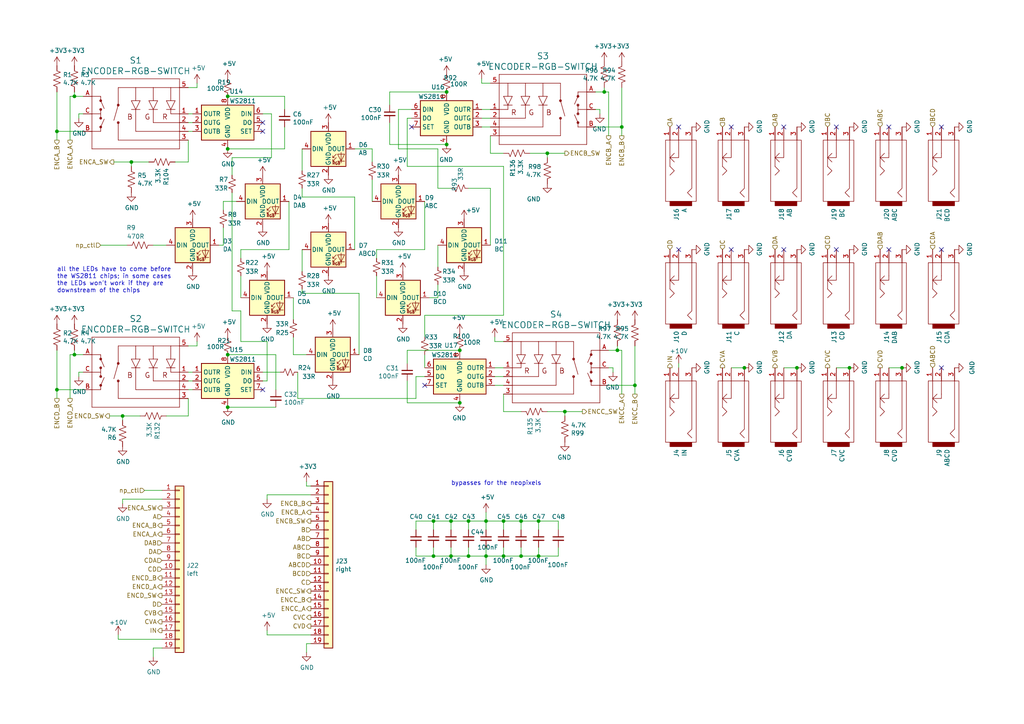
<source format=kicad_sch>
(kicad_sch (version 20211123) (generator eeschema)
  (paper "A4")
  (title_block (title "Bell's Theorem") (date "2022-01-16"))
  (junction (at 133.35 101.6))
  (junction (at 130.81 161.29))
  (junction (at 158.75 44.45))
  (junction (at 184.15 111.76))
  (junction (at 231.14 106.68))
  (junction (at 156.21 161.29))
  (junction (at 179.07 101.6))
  (junction (at 21.59 27.94))
  (junction (at 163.83 119.38))
  (junction (at 246.38 106.68))
  (junction (at 135.89 161.29))
  (junction (at 66.04 118.11))
  (junction (at 140.97 151.13))
  (junction (at 35.56 120.65))
  (junction (at 16.51 38.1))
  (junction (at 129.54 41.91))
  (junction (at 156.21 151.13))
  (junction (at 215.9 106.68))
  (junction (at 261.62 106.68))
  (junction (at 38.1 46.99))
  (junction (at 21.59 102.87))
  (junction (at 129.54 26.67))
  (junction (at 146.05 161.29))
  (junction (at 16.51 113.03))
  (junction (at 135.89 151.13))
  (junction (at 175.26 26.67))
  (junction (at 66.04 27.94))
  (junction (at 140.97 161.29))
  (junction (at 151.13 151.13))
  (junction (at 66.04 102.87))
  (junction (at 151.13 161.29))
  (junction (at 66.04 43.18))
  (junction (at 146.05 151.13))
  (junction (at 130.81 151.13))
  (junction (at 180.34 36.83))
  (junction (at 125.73 161.29))
  (junction (at 133.35 116.84))
  (junction (at 125.73 151.13))
  (no_connect (at 76.2 38.1))
  (no_connect (at 196.85 72.39))
  (no_connect (at 123.19 111.76))
  (no_connect (at 257.81 36.83))
  (no_connect (at 119.38 36.83))
  (no_connect (at 242.57 36.83))
  (no_connect (at 273.05 72.39))
  (no_connect (at 196.85 36.83))
  (no_connect (at 227.33 36.83))
  (no_connect (at 257.81 72.39))
  (no_connect (at 227.33 72.39))
  (no_connect (at 242.57 72.39))
  (no_connect (at 273.05 36.83))
  (no_connect (at 212.09 72.39))
  (no_connect (at 76.2 113.03))
  (no_connect (at 273.05 106.68))
  (no_connect (at 76.2 35.56))
  (no_connect (at 212.09 36.83))
  (wire (pts (xy 143.51 99.06) (xy 146.05 99.06)))
  (wire (pts (xy 127 71.12) (xy 127 77.47)))
  (wire (pts (xy 113.03 26.67) (xy 129.54 26.67)))
  (wire (pts (xy 142.24 31.75) (xy 139.7 31.75)))
  (wire (pts (xy 54.61 40.64) (xy 54.61 46.99)))
  (wire (pts (xy 123.19 109.22) (xy 120.65 109.22)))
  (wire (pts (xy 146.05 161.29) (xy 151.13 161.29)))
  (wire (pts (xy 83.82 72.39) (xy 69.85 72.39)))
  (wire (pts (xy 88.9 139.7) (xy 88.9 140.97)))
  (wire (pts (xy 109.22 80.01) (xy 109.22 86.36)))
  (wire (pts (xy 130.81 151.13) (xy 135.89 151.13)))
  (wire (pts (xy 20.32 102.87) (xy 21.59 102.87)))
  (wire (pts (xy 151.13 153.67) (xy 151.13 151.13)))
  (wire (pts (xy 67.31 45.72) (xy 78.74 45.72)))
  (wire (pts (xy 142.24 39.37) (xy 142.24 44.45)))
  (wire (pts (xy 54.61 120.65) (xy 48.26 120.65)))
  (wire (pts (xy 88.9 189.23) (xy 88.9 186.69)))
  (wire (pts (xy 130.81 158.75) (xy 130.81 161.29)))
  (wire (pts (xy 21.59 26.67) (xy 21.59 27.94)))
  (wire (pts (xy 16.51 113.03) (xy 24.13 113.03)))
  (wire (pts (xy 158.75 45.72) (xy 158.75 44.45)))
  (wire (pts (xy 44.45 190.5) (xy 44.45 187.96)))
  (wire (pts (xy 140.97 158.75) (xy 140.97 161.29)))
  (wire (pts (xy 102.87 43.18) (xy 107.95 43.18)))
  (wire (pts (xy 54.61 110.49) (xy 55.88 110.49)))
  (wire (pts (xy 44.45 187.96) (xy 46.99 187.96)))
  (wire (pts (xy 54.61 107.95) (xy 55.88 107.95)))
  (wire (pts (xy 113.03 26.67) (xy 113.03 30.48)))
  (wire (pts (xy 22.86 34.29) (xy 22.86 33.02)))
  (wire (pts (xy 120.65 161.29) (xy 125.73 161.29)))
  (wire (pts (xy 176.53 26.67) (xy 176.53 39.37)))
  (wire (pts (xy 54.61 33.02) (xy 55.88 33.02)))
  (wire (pts (xy 140.97 151.13) (xy 146.05 151.13)))
  (wire (pts (xy 163.83 120.65) (xy 163.83 119.38)))
  (wire (pts (xy 125.73 161.29) (xy 130.81 161.29)))
  (wire (pts (xy 104.14 85.09) (xy 87.63 85.09)))
  (wire (pts (xy 151.13 161.29) (xy 156.21 161.29)))
  (wire (pts (xy 38.1 48.26) (xy 38.1 46.99)))
  (wire (pts (xy 85.09 97.79) (xy 85.09 102.87)))
  (wire (pts (xy 57.15 24.13) (xy 57.15 25.4)))
  (wire (pts (xy 153.67 44.45) (xy 158.75 44.45)))
  (wire (pts (xy 54.61 38.1) (xy 55.88 38.1)))
  (wire (pts (xy 22.86 33.02) (xy 24.13 33.02)))
  (wire (pts (xy 118.11 110.49) (xy 118.11 116.84)))
  (wire (pts (xy 146.05 151.13) (xy 151.13 151.13)))
  (wire (pts (xy 212.09 106.68) (xy 215.9 106.68)))
  (wire (pts (xy 54.61 46.99) (xy 50.8 46.99)))
  (wire (pts (xy 163.83 119.38) (xy 168.91 119.38)))
  (wire (pts (xy 118.11 105.41) (xy 118.11 101.6)))
  (wire (pts (xy 173.99 33.02) (xy 173.99 31.75)))
  (wire (pts (xy 158.75 44.45) (xy 163.83 44.45)))
  (wire (pts (xy 44.45 71.12) (xy 48.26 71.12)))
  (wire (pts (xy 34.29 185.42) (xy 46.99 185.42)))
  (wire (pts (xy 22.86 107.95) (xy 24.13 107.95)))
  (wire (pts (xy 180.34 36.83) (xy 172.72 36.83)))
  (wire (pts (xy 85.09 102.87) (xy 88.9 102.87)))
  (wire (pts (xy 146.05 111.76) (xy 143.51 111.76)))
  (wire (pts (xy 156.21 151.13) (xy 161.925 151.13)))
  (wire (pts (xy 87.63 83.82) (xy 87.63 85.09)))
  (wire (pts (xy 77.47 110.49) (xy 77.47 99.06)))
  (wire (pts (xy 21.59 27.94) (xy 24.13 27.94)))
  (wire (pts (xy 146.05 114.3) (xy 146.05 119.38)))
  (wire (pts (xy 127 86.36) (xy 127 82.55)))
  (wire (pts (xy 118.11 116.84) (xy 133.35 116.84)))
  (wire (pts (xy 77.47 99.06) (xy 69.85 99.06)))
  (wire (pts (xy 180.34 39.37) (xy 180.34 36.83)))
  (wire (pts (xy 146.05 153.67) (xy 146.05 151.13)))
  (wire (pts (xy 151.13 158.75) (xy 151.13 161.29)))
  (wire (pts (xy 54.61 35.56) (xy 55.88 35.56)))
  (wire (pts (xy 118.11 101.6) (xy 133.35 101.6)))
  (wire (pts (xy 107.95 43.18) (xy 107.95 46.99)))
  (wire (pts (xy 33.02 46.99) (xy 38.1 46.99)))
  (wire (pts (xy 135.89 158.75) (xy 135.89 161.29)))
  (wire (pts (xy 140.97 161.29) (xy 146.05 161.29)))
  (wire (pts (xy 125.73 151.13) (xy 130.81 151.13)))
  (wire (pts (xy 176.53 26.67) (xy 175.26 26.67)))
  (wire (pts (xy 107.95 52.07) (xy 107.95 58.42)))
  (wire (pts (xy 87.63 54.61) (xy 87.63 57.15)))
  (wire (pts (xy 146.05 106.68) (xy 143.51 106.68)))
  (wire (pts (xy 57.15 25.4) (xy 54.61 25.4)))
  (wire (pts (xy 38.1 46.99) (xy 43.18 46.99)))
  (wire (pts (xy 184.15 111.76) (xy 176.53 111.76)))
  (wire (pts (xy 180.34 101.6) (xy 180.34 114.3)))
  (wire (pts (xy 16.51 26.67) (xy 16.51 38.1)))
  (wire (pts (xy 177.8 106.68) (xy 176.53 106.68)))
  (wire (pts (xy 87.63 43.18) (xy 87.63 49.53)))
  (wire (pts (xy 175.26 26.67) (xy 172.72 26.67)))
  (wire (pts (xy 76.2 110.49) (xy 77.47 110.49)))
  (wire (pts (xy 156.21 158.75) (xy 156.21 161.29)))
  (wire (pts (xy 242.57 106.68) (xy 246.38 106.68)))
  (wire (pts (xy 76.2 107.95) (xy 81.28 107.95)))
  (wire (pts (xy 156.21 153.67) (xy 156.21 151.13)))
  (wire (pts (xy 76.2 33.02) (xy 78.74 33.02)))
  (wire (pts (xy 175.26 25.4) (xy 175.26 26.67)))
  (wire (pts (xy 179.07 100.33) (xy 179.07 101.6)))
  (wire (pts (xy 104.14 102.87) (xy 104.14 85.09)))
  (wire (pts (xy 119.38 34.29) (xy 118.11 34.29)))
  (wire (pts (xy 146.05 158.75) (xy 146.05 161.29)))
  (wire (pts (xy 77.47 182.88) (xy 77.47 184.15)))
  (wire (pts (xy 35.56 121.92) (xy 35.56 120.65)))
  (wire (pts (xy 64.77 58.42) (xy 68.58 58.42)))
  (wire (pts (xy 135.89 151.13) (xy 140.97 151.13)))
  (wire (pts (xy 179.07 101.6) (xy 176.53 101.6)))
  (wire (pts (xy 16.51 38.1) (xy 24.13 38.1)))
  (wire (pts (xy 67.31 55.88) (xy 67.31 90.17)))
  (wire (pts (xy 80.01 102.87) (xy 66.04 102.87)))
  (wire (pts (xy 161.925 161.29) (xy 161.925 158.75)))
  (wire (pts (xy 146.05 119.38) (xy 151.13 119.38)))
  (wire (pts (xy 146.05 44.45) (xy 142.24 44.45)))
  (wire (pts (xy 64.77 66.04) (xy 64.77 71.12)))
  (wire (pts (xy 173.99 31.75) (xy 172.72 31.75)))
  (wire (pts (xy 120.65 151.13) (xy 125.73 151.13)))
  (wire (pts (xy 139.7 24.13) (xy 142.24 24.13)))
  (wire (pts (xy 29.21 71.12) (xy 36.83 71.12)))
  (wire (pts (xy 82.55 27.94) (xy 82.55 31.75)))
  (wire (pts (xy 140.97 151.13) (xy 140.97 148.59)))
  (wire (pts (xy 16.51 115.57) (xy 16.51 113.03)))
  (wire (pts (xy 86.36 115.57) (xy 86.36 107.95)))
  (wire (pts (xy 85.09 86.36) (xy 85.09 92.71)))
  (wire (pts (xy 66.04 27.94) (xy 82.55 27.94)))
  (wire (pts (xy 143.51 97.79) (xy 143.51 99.06)))
  (wire (pts (xy 20.32 27.94) (xy 21.59 27.94)))
  (wire (pts (xy 180.34 25.4) (xy 180.34 36.83)))
  (wire (pts (xy 127 54.61) (xy 127 43.18)))
  (wire (pts (xy 88.9 186.69) (xy 90.17 186.69)))
  (wire (pts (xy 135.89 153.67) (xy 135.89 151.13)))
  (wire (pts (xy 115.57 43.18) (xy 115.57 31.75)))
  (wire (pts (xy 35.56 144.78) (xy 46.99 144.78)))
  (wire (pts (xy 54.61 113.03) (xy 55.88 113.03)))
  (wire (pts (xy 227.33 106.68) (xy 231.14 106.68)))
  (wire (pts (xy 20.32 102.87) (xy 20.32 115.57)))
  (wire (pts (xy 124.46 86.36) (xy 127 86.36)))
  (wire (pts (xy 118.11 48.26) (xy 146.05 48.26)))
  (wire (pts (xy 142.24 71.12) (xy 142.24 54.61)))
  (wire (pts (xy 156.21 161.29) (xy 161.925 161.29)))
  (wire (pts (xy 184.15 100.33) (xy 184.15 111.76)))
  (wire (pts (xy 78.74 33.02) (xy 78.74 45.72)))
  (wire (pts (xy 139.7 22.86) (xy 139.7 24.13)))
  (wire (pts (xy 180.34 101.6) (xy 179.07 101.6)))
  (wire (pts (xy 82.55 36.83) (xy 82.55 43.18)))
  (wire (pts (xy 146.05 48.26) (xy 146.05 91.44)))
  (wire (pts (xy 184.15 114.3) (xy 184.15 111.76)))
  (wire (pts (xy 64.77 58.42) (xy 64.77 60.96)))
  (wire (pts (xy 57.15 100.33) (xy 54.61 100.33)))
  (wire (pts (xy 69.85 99.06) (xy 69.85 90.17)))
  (wire (pts (xy 57.15 99.06) (xy 57.15 100.33)))
  (wire (pts (xy 69.85 80.01) (xy 69.85 86.36)))
  (wire (pts (xy 120.65 158.75) (xy 120.65 161.29)))
  (wire (pts (xy 66.04 43.18) (xy 82.55 43.18)))
  (wire (pts (xy 123.19 91.44) (xy 123.19 97.79)))
  (wire (pts (xy 123.19 102.87) (xy 123.19 106.68)))
  (wire (pts (xy 130.81 153.67) (xy 130.81 151.13)))
  (wire (pts (xy 69.85 72.39) (xy 69.85 74.93)))
  (wire (pts (xy 120.65 153.67) (xy 120.65 151.13)))
  (wire (pts (xy 40.64 120.65) (xy 35.56 120.65)))
  (wire (pts (xy 161.925 151.13) (xy 161.925 153.67)))
  (wire (pts (xy 140.97 153.67) (xy 140.97 151.13)))
  (wire (pts (xy 158.75 119.38) (xy 163.83 119.38)))
  (wire (pts (xy 21.59 101.6) (xy 21.59 102.87)))
  (wire (pts (xy 20.32 27.94) (xy 20.32 40.64)))
  (wire (pts (xy 67.31 90.17) (xy 69.85 90.17)))
  (wire (pts (xy 80.01 113.03) (xy 80.01 102.87)))
  (wire (pts (xy 151.13 151.13) (xy 156.21 151.13)))
  (wire (pts (xy 22.86 109.22) (xy 22.86 107.95)))
  (wire (pts (xy 146.05 109.22) (xy 143.51 109.22)))
  (wire (pts (xy 123.19 58.42) (xy 123.19 72.39)))
  (wire (pts (xy 118.11 34.29) (xy 118.11 48.26)))
  (wire (pts (xy 87.63 72.39) (xy 87.63 78.74)))
  (wire (pts (xy 16.51 101.6) (xy 16.51 113.03)))
  (wire (pts (xy 102.87 72.39) (xy 102.87 57.15)))
  (wire (pts (xy 109.22 72.39) (xy 109.22 74.93)))
  (wire (pts (xy 113.03 35.56) (xy 113.03 41.91)))
  (wire (pts (xy 125.73 153.67) (xy 125.73 151.13)))
  (wire (pts (xy 146.05 91.44) (xy 123.19 91.44)))
  (wire (pts (xy 88.9 140.97) (xy 90.17 140.97)))
  (wire (pts (xy 67.31 50.8) (xy 67.31 45.72)))
  (wire (pts (xy 21.59 102.87) (xy 24.13 102.87)))
  (wire (pts (xy 35.56 146.05) (xy 35.56 144.78)))
  (wire (pts (xy 135.89 161.29) (xy 140.97 161.29)))
  (wire (pts (xy 66.04 118.11) (xy 80.01 118.11)))
  (wire (pts (xy 77.47 143.51) (xy 90.17 143.51)))
  (wire (pts (xy 140.97 163.83) (xy 140.97 161.29)))
  (wire (pts (xy 115.57 31.75) (xy 119.38 31.75)))
  (wire (pts (xy 142.24 36.83) (xy 139.7 36.83)))
  (wire (pts (xy 196.85 105.41) (xy 196.85 106.68)))
  (wire (pts (xy 77.47 184.15) (xy 90.17 184.15)))
  (wire (pts (xy 77.47 144.78) (xy 77.47 143.51)))
  (wire (pts (xy 125.73 158.75) (xy 125.73 161.29)))
  (wire (pts (xy 142.24 34.29) (xy 139.7 34.29)))
  (wire (pts (xy 130.81 54.61) (xy 127 54.61)))
  (wire (pts (xy 102.87 57.15) (xy 87.63 57.15)))
  (wire (pts (xy 120.65 115.57) (xy 86.36 115.57)))
  (wire (pts (xy 54.61 115.57) (xy 54.61 120.65)))
  (wire (pts (xy 41.91 142.24) (xy 46.99 142.24)))
  (wire (pts (xy 35.56 120.65) (xy 31.75 120.65)))
  (wire (pts (xy 257.81 106.68) (xy 261.62 106.68)))
  (wire (pts (xy 127 43.18) (xy 115.57 43.18)))
  (wire (pts (xy 142.24 54.61) (xy 135.89 54.61)))
  (wire (pts (xy 34.29 184.15) (xy 34.29 185.42)))
  (wire (pts (xy 113.03 41.91) (xy 129.54 41.91)))
  (wire (pts (xy 130.81 161.29) (xy 135.89 161.29)))
  (wire (pts (xy 63.5 71.12) (xy 64.77 71.12)))
  (wire (pts (xy 16.51 40.64) (xy 16.51 38.1)))
  (wire (pts (xy 177.8 107.95) (xy 177.8 106.68)))
  (wire (pts (xy 123.19 72.39) (xy 109.22 72.39)))
  (wire (pts (xy 83.82 58.42) (xy 83.82 72.39)))
  (wire (pts (xy 120.65 109.22) (xy 120.65 115.57)))
  (text "bypasses for the neopixels" (at 130.81 140.97 0) (effects (font (size 1.27 1.27)) (justify left bottom)))
  (text "all the LEDs have to come before\nthe WS2811 chips; in some cases \nthe LEDs won't work if they are \ndownstream of the chips" (at 16.51 85.09 0) (effects (font (size 1.27 1.27)) (justify left bottom)))
  (hierarchical_label "A" (shape input) (at 46.99 149.86 180))
  (hierarchical_label "DAB" (shape input) (at 255.27 72.39 90))
  (hierarchical_label "CDA" (shape input) (at 270.51 72.39 90))
  (hierarchical_label "A" (shape input) (at 194.31 36.83 90))
  (hierarchical_label "np_ctl" (shape input) (at 41.91 142.24 180))
  (hierarchical_label "ABC" (shape input) (at 255.27 36.83 90))
  (hierarchical_label "ENCA_A" (shape output) (at 46.99 154.94 180))
  (hierarchical_label "D" (shape input) (at 194.31 72.39 90))
  (hierarchical_label "ENCC_A" (shape output) (at 90.17 176.53 180))
  (hierarchical_label "ENCA_SW" (shape output) (at 46.99 147.32 180))
  (hierarchical_label "AB" (shape input) (at 224.79 36.83 90))
  (hierarchical_label "IN" (shape output) (at 194.31 106.68 90))
  (hierarchical_label "CD" (shape input) (at 240.03 72.39 90))
  (hierarchical_label "ENCC_B" (shape output) (at 184.15 114.3 270))
  (hierarchical_label "DAB" (shape input) (at 46.99 157.48 180))
  (hierarchical_label "ENCC_A" (shape output) (at 180.34 114.3 270))
  (hierarchical_label "ENCB_A" (shape output) (at 90.17 148.59 180))
  (hierarchical_label "ABCD" (shape input) (at 90.17 163.83 180))
  (hierarchical_label "CVA" (shape output) (at 209.55 106.68 90))
  (hierarchical_label "ENCC_SW" (shape output) (at 90.17 171.45 180))
  (hierarchical_label "ENCB_A" (shape output) (at 176.53 39.37 270))
  (hierarchical_label "BCD" (shape input) (at 90.17 166.37 180))
  (hierarchical_label "CVA" (shape output) (at 46.99 180.34 180))
  (hierarchical_label "BC" (shape input) (at 90.17 161.29 180))
  (hierarchical_label "CVB" (shape output) (at 224.79 106.68 90))
  (hierarchical_label "ENCB_SW" (shape output) (at 90.17 151.13 180))
  (hierarchical_label "D" (shape input) (at 46.99 175.26 180))
  (hierarchical_label "B" (shape input) (at 90.17 153.67 180))
  (hierarchical_label "ENCB_B" (shape output) (at 180.34 39.37 270))
  (hierarchical_label "ENCA_A" (shape output) (at 20.32 40.64 270))
  (hierarchical_label "CVC" (shape output) (at 240.03 106.68 90))
  (hierarchical_label "CVB" (shape output) (at 46.99 177.8 180))
  (hierarchical_label "AB" (shape input) (at 90.17 156.21 180))
  (hierarchical_label "BC" (shape input) (at 240.03 36.83 90))
  (hierarchical_label "ENCD_SW" (shape output) (at 46.99 172.72 180))
  (hierarchical_label "ENCB_SW" (shape output) (at 163.83 44.45 0))
  (hierarchical_label "IN" (shape output) (at 46.99 182.88 180))
  (hierarchical_label "ENCC_B" (shape output) (at 90.17 173.99 180))
  (hierarchical_label "CVD" (shape output) (at 255.27 106.68 90))
  (hierarchical_label "DA" (shape input) (at 224.79 72.39 90))
  (hierarchical_label "ENCA_B" (shape output) (at 46.99 152.4 180))
  (hierarchical_label "ENCD_B" (shape output) (at 46.99 167.64 180))
  (hierarchical_label "C" (shape input) (at 209.55 72.39 90))
  (hierarchical_label "ENCB_B" (shape output) (at 90.17 146.05 180))
  (hierarchical_label "ABCD" (shape input) (at 270.51 106.68 90))
  (hierarchical_label "CVD" (shape output) (at 90.17 181.61 180))
  (hierarchical_label "ABC" (shape input) (at 90.17 158.75 180))
  (hierarchical_label "DA" (shape input) (at 46.99 160.02 180))
  (hierarchical_label "ENCC_SW" (shape output) (at 168.91 119.38 0))
  (hierarchical_label "ENCA_SW" (shape output) (at 33.02 46.99 180))
  (hierarchical_label "ENCD_A" (shape output) (at 46.99 170.18 180))
  (hierarchical_label "np_ctl" (shape input) (at 29.21 71.12 180))
  (hierarchical_label "ENCD_SW" (shape output) (at 31.75 120.65 180))
  (hierarchical_label "BCD" (shape input) (at 270.51 36.83 90))
  (hierarchical_label "ENCD_B" (shape output) (at 16.51 115.57 270))
  (hierarchical_label "B" (shape input) (at 209.55 36.83 90))
  (hierarchical_label "ENCA_B" (shape output) (at 16.51 40.64 270))
  (hierarchical_label "C" (shape input) (at 90.17 168.91 180))
  (hierarchical_label "ENCD_A" (shape output) (at 20.32 115.57 270))
  (hierarchical_label "CVC" (shape output) (at 90.17 179.07 180))
  (hierarchical_label "CD" (shape input) (at 46.99 165.1 180))
  (hierarchical_label "CDA" (shape input) (at 46.99 162.56 180))
  (symbol (lib_id "petelib:JACK_SWITCHCRAFT") (at 198.12 118.11 270) (mirror x) (unit 1)
    (property "Reference" "J4" (at 196.1896 130.2258 0) (effects (justify right)))
    (property "Value" "IN" (at 198.501 130.2258 0) (effects (justify right)))
    (property "Footprint" "My Library:thonkiconn" (effects hide))
  )
  (symbol (lib_id "petelib:JACK_SWITCHCRAFT") (at 213.36 118.11 270) (mirror x) (unit 1)
    (property "Reference" "J5" (at 211.4296 130.2512 0) (effects (justify right)))
    (property "Value" "CVA" (at 213.741 130.2512 0) (effects (justify right)))
    (property "Footprint" "My Library:thonkiconn" (effects hide))
  )
  (symbol (lib_id "petelib:JACK_SWITCHCRAFT") (at 228.6 118.11 270) (mirror x) (unit 1)
    (property "Reference" "J6" (at 226.6696 130.2258 0) (effects (justify right)))
    (property "Value" "CVB" (at 228.981 130.2258 0) (effects (justify right)))
    (property "Footprint" "My Library:thonkiconn" (effects hide))
  )
  (symbol (lib_id "petelib:JACK_SWITCHCRAFT") (at 243.84 118.11 270) (mirror x) (unit 1)
    (property "Reference" "J7" (at 241.9096 130.2258 0) (effects (justify right)))
    (property "Value" "CVC" (at 244.221 130.2258 0) (effects (justify right)))
    (property "Footprint" "My Library:thonkiconn" (effects hide))
  )
  (symbol (lib_id "petelib:JACK_SWITCHCRAFT") (at 259.08 118.11 270) (mirror x) (unit 1)
    (property "Reference" "J8" (at 257.1496 130.2258 0) (effects (justify right)))
    (property "Value" "CVD" (at 259.461 130.2258 0) (effects (justify right)))
    (property "Footprint" "My Library:thonkiconn" (effects hide))
  )
  (symbol (lib_id "petelib:JACK_SWITCHCRAFT") (at 274.32 118.11 270) (mirror x) (unit 1)
    (property "Reference" "J9" (at 272.3896 130.2258 0) (effects (justify right)))
    (property "Value" "ABCD" (at 274.701 130.2258 0) (effects (justify right)))
    (property "Footprint" "My Library:thonkiconn" (effects hide))
  )
  (symbol (lib_id "petelib:JACK_SWITCHCRAFT") (at 198.12 83.82 270) (mirror x) (unit 1)
    (property "Reference" "J10" (at 196.1896 95.9358 0) (effects (justify right)))
    (property "Value" "D" (at 198.501 95.9358 0) (effects (justify right)))
    (property "Footprint" "My Library:thonkiconn" (effects hide))
  )
  (symbol (lib_id "petelib:JACK_SWITCHCRAFT") (at 213.36 83.82 270) (mirror x) (unit 1)
    (property "Reference" "J11" (at 211.4296 95.9358 0) (effects (justify right)))
    (property "Value" "C" (at 213.741 95.9358 0) (effects (justify right)))
    (property "Footprint" "My Library:thonkiconn" (effects hide))
  )
  (symbol (lib_id "petelib:JACK_SWITCHCRAFT") (at 228.6 83.82 270) (mirror x) (unit 1)
    (property "Reference" "J12" (at 226.6696 95.9358 0) (effects (justify right)))
    (property "Value" "DA" (at 228.981 95.9358 0) (effects (justify right)))
    (property "Footprint" "My Library:thonkiconn" (effects hide))
  )
  (symbol (lib_id "petelib:JACK_SWITCHCRAFT") (at 243.84 83.82 270) (mirror x) (unit 1)
    (property "Reference" "J13" (at 241.9096 95.9612 0) (effects (justify right)))
    (property "Value" "CD" (at 244.221 95.9612 0) (effects (justify right)))
    (property "Footprint" "My Library:thonkiconn" (effects hide))
  )
  (symbol (lib_id "petelib:JACK_SWITCHCRAFT") (at 259.08 83.82 270) (mirror x) (unit 1)
    (property "Reference" "J14" (at 257.1496 95.9358 0) (effects (justify right)))
    (property "Value" "DAB" (at 259.461 95.9358 0) (effects (justify right)))
    (property "Footprint" "My Library:thonkiconn" (effects hide))
  )
  (symbol (lib_id "petelib:JACK_SWITCHCRAFT") (at 274.32 83.82 270) (mirror x) (unit 1)
    (property "Reference" "J15" (at 272.3896 95.9358 0) (effects (justify right)))
    (property "Value" "CDA" (at 274.701 95.9358 0) (effects (justify right)))
    (property "Footprint" "My Library:thonkiconn" (effects hide))
  )
  (symbol (lib_id "petelib:JACK_SWITCHCRAFT") (at 198.12 48.26 270) (mirror x) (unit 1)
    (property "Reference" "J16" (at 196.1896 60.3758 0) (effects (justify right)))
    (property "Value" "A" (at 198.501 60.3758 0) (effects (justify right)))
    (property "Footprint" "My Library:thonkiconn" (effects hide))
  )
  (symbol (lib_id "petelib:JACK_SWITCHCRAFT") (at 213.36 48.26 270) (mirror x) (unit 1)
    (property "Reference" "J17" (at 211.4296 60.3758 0) (effects (justify right)))
    (property "Value" "B" (at 213.741 60.3758 0) (effects (justify right)))
    (property "Footprint" "My Library:thonkiconn" (effects hide))
  )
  (symbol (lib_id "petelib:JACK_SWITCHCRAFT") (at 228.6 48.26 270) (mirror x) (unit 1)
    (property "Reference" "J18" (at 226.6696 60.3758 0) (effects (justify right)))
    (property "Value" "AB" (at 228.981 60.3758 0) (effects (justify right)))
    (property "Footprint" "My Library:thonkiconn" (effects hide))
  )
  (symbol (lib_id "petelib:JACK_SWITCHCRAFT") (at 243.84 48.26 270) (mirror x) (unit 1)
    (property "Reference" "J19" (at 241.9096 60.4012 0) (effects (justify right)))
    (property "Value" "BC" (at 244.221 60.4012 0) (effects (justify right)))
    (property "Footprint" "My Library:thonkiconn" (effects hide))
  )
  (symbol (lib_id "petelib:JACK_SWITCHCRAFT") (at 259.08 48.26 270) (mirror x) (unit 1)
    (property "Reference" "J20" (at 257.1496 60.3758 0) (effects (justify right)))
    (property "Value" "ABC" (at 259.461 60.3758 0) (effects (justify right)))
    (property "Footprint" "My Library:thonkiconn" (effects hide))
  )
  (symbol (lib_id "petelib:JACK_SWITCHCRAFT") (at 274.32 48.26 270) (mirror x) (unit 1)
    (property "Reference" "J21" (at 272.3896 60.4012 0) (effects (justify right)))
    (property "Value" "BCD" (at 274.701 60.4012 0) (effects (justify right)))
    (property "Footprint" "My Library:thonkiconn" (effects hide))
  )
  (symbol (lib_id "power:GND") (at 200.66 106.68 90) (unit 1)
    (property "Reference" "#PWR016" (effects hide))
    (property "Value" "GND" (at 205.0542 106.553 0))
  )
  (symbol (lib_id "power:GND") (at 200.66 72.39 90) (unit 1)
    (property "Reference" "#PWR031" (effects hide))
    (property "Value" "GND" (at 205.0542 72.263 0))
  )
  (symbol (lib_id "power:GND") (at 200.66 36.83 90) (unit 1)
    (property "Reference" "#PWR041" (effects hide))
    (property "Value" "GND" (at 205.0542 36.703 0))
  )
  (symbol (lib_id "power:GND") (at 215.9 36.83 90) (unit 1)
    (property "Reference" "#PWR042" (effects hide))
    (property "Value" "GND" (at 220.2942 36.703 0))
  )
  (symbol (lib_id "power:GND") (at 215.9 72.39 90) (unit 1)
    (property "Reference" "#PWR032" (effects hide))
    (property "Value" "GND" (at 220.2942 72.263 0))
  )
  (symbol (lib_id "power:GND") (at 215.9 106.68 90) (unit 1)
    (property "Reference" "#PWR017" (effects hide))
    (property "Value" "GND" (at 220.2942 106.553 0))
  )
  (symbol (lib_id "power:GND") (at 231.14 106.68 90) (unit 1)
    (property "Reference" "#PWR018" (effects hide))
    (property "Value" "GND" (at 235.5342 106.553 0))
  )
  (symbol (lib_id "power:GND") (at 231.14 72.39 90) (unit 1)
    (property "Reference" "#PWR033" (effects hide))
    (property "Value" "GND" (at 235.5342 72.263 0))
  )
  (symbol (lib_id "power:GND") (at 231.14 36.83 90) (unit 1)
    (property "Reference" "#PWR043" (effects hide))
    (property "Value" "GND" (at 235.5342 36.703 0))
  )
  (symbol (lib_id "power:GND") (at 246.38 36.83 90) (unit 1)
    (property "Reference" "#PWR044" (effects hide))
    (property "Value" "GND" (at 250.7742 36.703 0))
  )
  (symbol (lib_id "power:GND") (at 246.38 72.39 90) (unit 1)
    (property "Reference" "#PWR034" (effects hide))
    (property "Value" "GND" (at 250.7742 72.263 0))
  )
  (symbol (lib_id "power:GND") (at 246.38 106.68 90) (unit 1)
    (property "Reference" "#PWR019" (effects hide))
    (property "Value" "GND" (at 250.7742 106.553 0))
  )
  (symbol (lib_id "power:GND") (at 261.62 106.68 90) (unit 1)
    (property "Reference" "#PWR020" (effects hide))
    (property "Value" "GND" (at 266.0142 106.553 0))
  )
  (symbol (lib_id "power:GND") (at 261.62 72.39 90) (unit 1)
    (property "Reference" "#PWR035" (effects hide))
    (property "Value" "GND" (at 266.0142 72.263 0))
  )
  (symbol (lib_id "power:GND") (at 261.62 36.83 90) (unit 1)
    (property "Reference" "#PWR045" (effects hide))
    (property "Value" "GND" (at 266.0142 36.703 0))
  )
  (symbol (lib_id "power:GND") (at 276.86 36.83 90) (unit 1)
    (property "Reference" "#PWR046" (effects hide))
    (property "Value" "GND" (at 281.2542 36.703 0))
  )
  (symbol (lib_id "power:GND") (at 276.86 72.39 90) (unit 1)
    (property "Reference" "#PWR036" (effects hide))
    (property "Value" "GND" (at 281.2542 72.263 0))
  )
  (symbol (lib_id "power:GND") (at 276.86 106.68 90) (unit 1)
    (property "Reference" "#PWR021" (effects hide))
    (property "Value" "GND" (at 281.94 106.68 0))
  )
  (symbol (lib_id "power:GND") (at 88.9 189.23 0) (unit 1)
    (property "Reference" "#PWR082" (effects hide))
    (property "Value" "GND" (at 89.027 193.6242 0))
  )
  (symbol (lib_id "power:GND") (at 44.45 190.5 0) (unit 1)
    (property "Reference" "#PWR078" (effects hide))
    (property "Value" "GND" (at 44.577 194.8942 0))
  )
  (symbol (lib_id "power:GND") (at 35.56 146.05 0) (unit 1)
    (property "Reference" "#PWR075" (effects hide))
    (property "Value" "GND" (at 35.687 150.4442 0))
  )
  (symbol (lib_id "power:GND") (at 77.47 144.78 0) (unit 1)
    (property "Reference" "#PWR079" (effects hide))
    (property "Value" "GND" (at 77.597 149.1742 0))
  )
  (symbol (lib_id "power:GND") (at 22.86 34.29 0) (unit 1)
    (property "Reference" "#PWR09" (effects hide))
    (property "Value" "GND" (at 22.987 38.6842 0))
  )
  (symbol (lib_id "Device:R_US") (at 21.59 22.86 0) (unit 1)
    (property "Reference" "R3" (at 23.3172 21.6916 0) (effects (justify left)))
    (property "Value" "4.7K" (at 23.3172 24.003 0) (effects (justify left)))
    (property "Footprint" "Resistor_SMD:R_0805_2012Metric_Pad1.20x1.40mm_HandSolder" (effects hide))
  )
  (symbol (lib_id "Device:R_US") (at 16.51 22.86 0) (unit 1)
    (property "Reference" "R1" (at 18.2372 21.6916 0) (effects (justify left)))
    (property "Value" "4.7K" (at 18.2372 24.003 0) (effects (justify left)))
    (property "Footprint" "Resistor_SMD:R_0805_2012Metric_Pad1.20x1.40mm_HandSolder" (effects hide))
  )
  (symbol (lib_id "power:+3.3V") (at 16.51 19.05 0) (unit 1)
    (property "Reference" "#PWR0188" (effects hide))
    (property "Value" "+3.3V" (at 16.891 14.6558 0))
  )
  (symbol (lib_id "power:+3.3V") (at 21.59 19.05 0) (unit 1)
    (property "Reference" "#PWR0189" (effects hide))
    (property "Value" "+3.3V" (at 21.971 14.6558 0))
  )
  (symbol (lib_id "power:+3.3V") (at 88.9 139.7 0) (unit 1)
    (property "Reference" "#PWR0197" (effects hide))
    (property "Value" "+3.3V" (at 89.281 135.3058 0))
  )
  (symbol (lib_id "Device:R_US") (at 46.99 46.99 270) (unit 1)
    (property "Reference" "R104" (at 48.1584 48.7172 0) (effects (justify left)))
    (property "Value" "3.3K" (at 45.847 48.7172 0) (effects (justify left)))
    (property "Footprint" "Resistor_SMD:R_0805_2012Metric_Pad1.20x1.40mm_HandSolder" (effects hide))
  )
  (symbol (lib_id "petelib:ENCODER-RGB-SWITCH") (at 39.37 33.02 0) (unit 1)
    (property "Reference" "S1" (at 39.37 17.526 0) (effects (font (size 1.778 1.778))))
    (property "Value" "ENCODER-RGB-SWITCH" (at 39.37 20.5994 0) (effects (font (size 1.778 1.778))))
    (property "Footprint" "My Library:ENCODER_LED_3_KIT" (effects hide))
  )
  (symbol (lib_id "Device:R_US") (at 38.1 52.07 0) (unit 1)
    (property "Reference" "R5" (at 39.8272 50.9016 0) (effects (justify left)))
    (property "Value" "4.7K" (at 39.8272 53.213 0) (effects (justify left)))
    (property "Footprint" "Resistor_SMD:R_0805_2012Metric_Pad1.20x1.40mm_HandSolder" (effects hide))
  )
  (symbol (lib_id "power:GND") (at 173.99 33.02 0) (mirror y) (unit 1)
    (property "Reference" "#PWR0135" (effects hide))
    (property "Value" "GND" (at 173.863 37.4142 0))
  )
  (symbol (lib_id "Device:R_US") (at 175.26 21.59 0) (mirror y) (unit 1)
    (property "Reference" "R96" (at 173.5328 20.4216 0) (effects (justify left)))
    (property "Value" "4.7K" (at 173.5328 22.733 0) (effects (justify left)))
    (property "Footprint" "Resistor_SMD:R_0805_2012Metric_Pad1.20x1.40mm_HandSolder" (effects hide))
  )
  (symbol (lib_id "Device:R_US") (at 180.34 21.59 0) (mirror y) (unit 1)
    (property "Reference" "R94" (at 178.6128 20.4216 0) (effects (justify left)))
    (property "Value" "4.7K" (at 178.6128 22.733 0) (effects (justify left)))
    (property "Footprint" "Resistor_SMD:R_0805_2012Metric_Pad1.20x1.40mm_HandSolder" (effects hide))
  )
  (symbol (lib_id "power:+3.3V") (at 180.34 17.78 0) (mirror y) (unit 1)
    (property "Reference" "#PWR0129" (effects hide))
    (property "Value" "+3.3V" (at 179.959 13.3858 0))
  )
  (symbol (lib_id "power:+3.3V") (at 175.26 17.78 0) (mirror y) (unit 1)
    (property "Reference" "#PWR0133" (effects hide))
    (property "Value" "+3.3V" (at 174.879 13.3858 0))
  )
  (symbol (lib_id "petelib:ENCODER-RGB-SWITCH") (at 157.48 31.75 0) (mirror y) (unit 1)
    (property "Reference" "S3" (at 157.48 16.256 0) (effects (font (size 1.778 1.778))))
    (property "Value" "ENCODER-RGB-SWITCH" (at 157.48 19.3294 0) (effects (font (size 1.778 1.778))))
    (property "Footprint" "My Library:ENCODER_LED_3_KIT" (effects hide))
  )
  (symbol (lib_id "Device:R_US") (at 158.75 49.53 0) (mirror y) (unit 1)
    (property "Reference" "R98" (at 157.0228 48.3616 0) (effects (justify left)))
    (property "Value" "4.7K" (at 157.0228 50.673 0) (effects (justify left)))
    (property "Footprint" "Resistor_SMD:R_0805_2012Metric_Pad1.20x1.40mm_HandSolder" (effects hide))
  )
  (symbol (lib_id "power:GND") (at 177.8 107.95 0) (mirror y) (unit 1)
    (property "Reference" "#PWR0136" (effects hide))
    (property "Value" "GND" (at 177.673 112.3442 0))
  )
  (symbol (lib_id "Device:R_US") (at 179.07 96.52 0) (mirror y) (unit 1)
    (property "Reference" "R97" (at 177.3428 95.3516 0) (effects (justify left)))
    (property "Value" "4.7K" (at 177.3428 97.663 0) (effects (justify left)))
    (property "Footprint" "Resistor_SMD:R_0805_2012Metric_Pad1.20x1.40mm_HandSolder" (effects hide))
  )
  (symbol (lib_id "Device:R_US") (at 184.15 96.52 0) (mirror y) (unit 1)
    (property "Reference" "R95" (at 182.4228 95.3516 0) (effects (justify left)))
    (property "Value" "4.7K" (at 182.4228 97.663 0) (effects (justify left)))
    (property "Footprint" "Resistor_SMD:R_0805_2012Metric_Pad1.20x1.40mm_HandSolder" (effects hide))
  )
  (symbol (lib_id "power:+3.3V") (at 184.15 92.71 0) (mirror y) (unit 1)
    (property "Reference" "#PWR0132" (effects hide))
    (property "Value" "+3.3V" (at 183.769 88.3158 0))
  )
  (symbol (lib_id "power:+3.3V") (at 179.07 92.71 0) (mirror y) (unit 1)
    (property "Reference" "#PWR0134" (effects hide))
    (property "Value" "+3.3V" (at 178.689 88.3158 0))
  )
  (symbol (lib_id "petelib:ENCODER-RGB-SWITCH") (at 161.29 106.68 0) (mirror y) (unit 1)
    (property "Reference" "S4" (at 161.29 91.186 0) (effects (font (size 1.778 1.778))))
    (property "Value" "ENCODER-RGB-SWITCH" (at 161.29 94.2594 0) (effects (font (size 1.778 1.778))))
    (property "Footprint" "My Library:ENCODER_LED_3_KIT" (effects hide))
  )
  (symbol (lib_id "power:GND") (at 22.86 109.22 0) (unit 1)
    (property "Reference" "#PWR023" (effects hide))
    (property "Value" "GND" (at 22.987 113.6142 0))
  )
  (symbol (lib_id "Device:R_US") (at 21.59 97.79 0) (unit 1)
    (property "Reference" "R4" (at 23.3172 96.6216 0) (effects (justify left)))
    (property "Value" "4.7K" (at 23.3172 98.933 0) (effects (justify left)))
    (property "Footprint" "Resistor_SMD:R_0805_2012Metric_Pad1.20x1.40mm_HandSolder" (effects hide))
  )
  (symbol (lib_id "Device:R_US") (at 16.51 97.79 0) (unit 1)
    (property "Reference" "R2" (at 18.2372 96.6216 0) (effects (justify left)))
    (property "Value" "4.7K" (at 18.2372 98.933 0) (effects (justify left)))
    (property "Footprint" "Resistor_SMD:R_0805_2012Metric_Pad1.20x1.40mm_HandSolder" (effects hide))
  )
  (symbol (lib_id "power:+3.3V") (at 16.51 93.98 0) (unit 1)
    (property "Reference" "#PWR011" (effects hide))
    (property "Value" "+3.3V" (at 16.891 89.5858 0))
  )
  (symbol (lib_id "power:+3.3V") (at 21.59 93.98 0) (unit 1)
    (property "Reference" "#PWR022" (effects hide))
    (property "Value" "+3.3V" (at 21.971 89.5858 0))
  )
  (symbol (lib_id "petelib:ENCODER-RGB-SWITCH") (at 39.37 107.95 0) (unit 1)
    (property "Reference" "S2" (at 39.37 92.456 0) (effects (font (size 1.778 1.778))))
    (property "Value" "ENCODER-RGB-SWITCH" (at 39.37 95.5294 0) (effects (font (size 1.778 1.778))))
    (property "Footprint" "My Library:ENCODER_LED_3_KIT" (effects hide))
  )
  (symbol (lib_id "Device:R_US") (at 35.56 125.73 180) (unit 1)
    (property "Reference" "R6" (at 33.8328 126.8984 0) (effects (justify left)))
    (property "Value" "4.7K" (at 33.8328 124.587 0) (effects (justify left)))
    (property "Footprint" "Resistor_SMD:R_0805_2012Metric_Pad1.20x1.40mm_HandSolder" (effects hide))
  )
  (symbol (lib_id "power:GND") (at 35.56 129.54 0) (unit 1)
    (property "Reference" "#PWR026" (effects hide))
    (property "Value" "GND" (at 35.687 133.9342 0))
  )
  (symbol (lib_id "Device:R_US") (at 163.83 124.46 0) (mirror x) (unit 1)
    (property "Reference" "R99" (at 165.5572 125.6284 0) (effects (justify left)))
    (property "Value" "4.7K" (at 165.5572 123.317 0) (effects (justify left)))
    (property "Footprint" "Resistor_SMD:R_0805_2012Metric_Pad1.20x1.40mm_HandSolder" (effects hide))
  )
  (symbol (lib_id "power:GND") (at 163.83 128.27 0) (mirror y) (unit 1)
    (property "Reference" "#PWR0138" (effects hide))
    (property "Value" "GND" (at 163.703 132.6642 0))
  )
  (symbol (lib_id "power:GND") (at 158.75 53.34 0) (mirror y) (unit 1)
    (property "Reference" "#PWR0137" (effects hide))
    (property "Value" "GND" (at 154.813 57.7342 0))
  )
  (symbol (lib_id "power:GND") (at 38.1 55.88 0) (unit 1)
    (property "Reference" "#PWR025" (effects hide))
    (property "Value" "GND" (at 38.227 60.2742 0))
  )
  (symbol (lib_id "Device:R_US") (at 149.86 44.45 90) (mirror x) (unit 1)
    (property "Reference" "R136" (at 148.6916 46.1772 0) (effects (justify left)))
    (property "Value" "3.3K" (at 151.003 46.1772 0) (effects (justify left)))
    (property "Footprint" "Resistor_SMD:R_0805_2012Metric_Pad1.20x1.40mm_HandSolder" (effects hide))
  )
  (symbol (lib_id "LED:NeoPixel_THT") (at 95.25 43.18 0) (unit 1)
    (property "Reference" "D6" (at 103.9876 42.0116 0) (effects (justify left)))
    (property "Value" "AB" (at 103.9876 44.323 0) (effects (justify left)))
    (property "Footprint" "LED_THT:LED_D5.0mm-4_RGB_Wide_Pins" (effects hide))
    (property "Datasheet" "https://www.adafruit.com/product/1938" (effects hide))
  )
  (symbol (lib_id "LED:NeoPixel_THT") (at 95.25 72.39 0) (unit 1)
    (property "Reference" "D7" (at 103.9876 71.2216 0) (effects (justify left)))
    (property "Value" "ABCD" (at 103.9876 73.533 0) (effects (justify left)))
    (property "Footprint" "LED_THT:LED_D5.0mm-4_RGB_Wide_Pins" (effects hide))
    (property "Datasheet" "https://www.adafruit.com/product/1938" (effects hide))
  )
  (symbol (lib_id "LED:NeoPixel_THT") (at 96.52 102.87 0) (unit 1)
    (property "Reference" "D8" (at 105.2576 101.7016 0) (effects (justify left)))
    (property "Value" "CD" (at 105.2576 104.013 0) (effects (justify left)))
    (property "Footprint" "LED_THT:LED_D5.0mm-4_RGB_Wide_Pins" (effects hide))
    (property "Datasheet" "https://www.adafruit.com/product/1938" (effects hide))
  )
  (symbol (lib_id "LED:NeoPixel_THT") (at 76.2 58.42 0) (unit 1)
    (property "Reference" "D4" (at 84.9376 57.2516 0) (effects (justify left)))
    (property "Value" "DAB" (at 84.9376 59.563 0) (effects (justify left)))
    (property "Footprint" "LED_THT:LED_D5.0mm-4_RGB_Wide_Pins" (effects hide))
    (property "Datasheet" "https://www.adafruit.com/product/1938" (effects hide))
  )
  (symbol (lib_id "LED:NeoPixel_THT") (at 77.47 86.36 0) (unit 1)
    (property "Reference" "D5" (at 86.2076 85.1916 0) (effects (justify left)))
    (property "Value" "CDA" (at 86.2076 87.503 0) (effects (justify left)))
    (property "Footprint" "LED_THT:LED_D5.0mm-4_RGB_Wide_Pins" (effects hide))
    (property "Datasheet" "https://www.adafruit.com/product/1938" (effects hide))
  )
  (symbol (lib_id "LED:NeoPixel_THT") (at 55.88 71.12 0) (unit 1)
    (property "Reference" "D3" (at 64.6176 69.9516 0) (effects (justify left)))
    (property "Value" "DA" (at 64.6176 72.263 0) (effects (justify left)))
    (property "Footprint" "LED_THT:LED_D5.0mm-4_RGB_Wide_Pins" (effects hide))
    (property "Datasheet" "https://www.adafruit.com/product/1938" (effects hide))
  )
  (symbol (lib_id "LED:NeoPixel_THT") (at 115.57 58.42 0) (unit 1)
    (property "Reference" "D9" (at 123.19 57.3786 0) (effects (justify left)))
    (property "Value" "ABC" (at 123.19 59.69 0) (effects (justify left)))
    (property "Footprint" "LED_THT:LED_D5.0mm-4_RGB_Wide_Pins" (effects hide))
    (property "Datasheet" "https://www.adafruit.com/product/1938" (effects hide))
  )
  (symbol (lib_id "LED:NeoPixel_THT") (at 116.84 86.36 0) (unit 1)
    (property "Reference" "D10" (at 125.5776 85.1916 0) (effects (justify left)))
    (property "Value" "BCD" (at 125.5776 87.503 0) (effects (justify left)))
    (property "Footprint" "LED_THT:LED_D5.0mm-4_RGB_Wide_Pins" (effects hide))
    (property "Datasheet" "https://www.adafruit.com/product/1938" (effects hide))
  )
  (symbol (lib_id "LED:NeoPixel_THT") (at 134.62 71.12 0) (unit 1)
    (property "Reference" "D11" (at 143.3576 69.9516 0) (effects (justify left)))
    (property "Value" "BC" (at 143.3576 72.263 0) (effects (justify left)))
    (property "Footprint" "LED_THT:LED_D5.0mm-4_RGB_Wide_Pins" (effects hide))
    (property "Datasheet" "https://www.adafruit.com/product/1938" (effects hide))
  )
  (symbol (lib_id "power:+5V") (at 95.25 35.56 0) (unit 1)
    (property "Reference" "#PWR0143" (effects hide))
    (property "Value" "+5V" (at 95.631 31.1658 0))
  )
  (symbol (lib_id "power:+5V") (at 76.2 50.8 0) (unit 1)
    (property "Reference" "#PWR0144" (effects hide))
    (property "Value" "+5V" (at 76.581 46.4058 0))
  )
  (symbol (lib_id "power:+5V") (at 115.57 50.8 0) (unit 1)
    (property "Reference" "#PWR0145" (effects hide))
    (property "Value" "+5V" (at 115.951 46.4058 0))
  )
  (symbol (lib_id "power:+5V") (at 134.62 63.5 0) (unit 1)
    (property "Reference" "#PWR0146" (effects hide))
    (property "Value" "+5V" (at 137.16 60.96 0))
  )
  (symbol (lib_id "power:+5V") (at 95.25 64.77 0) (unit 1)
    (property "Reference" "#PWR0147" (effects hide))
    (property "Value" "+5V" (at 95.631 60.3758 0))
  )
  (symbol (lib_id "power:+5V") (at 55.88 63.5 0) (unit 1)
    (property "Reference" "#PWR0148" (effects hide))
    (property "Value" "+5V" (at 56.261 59.1058 0))
  )
  (symbol (lib_id "power:+5V") (at 77.47 78.74 0) (unit 1)
    (property "Reference" "#PWR0149" (effects hide))
    (property "Value" "+5V" (at 77.851 74.3458 0))
  )
  (symbol (lib_id "power:+5V") (at 116.84 78.74 0) (unit 1)
    (property "Reference" "#PWR0150" (effects hide))
    (property "Value" "+5V" (at 117.221 74.3458 0))
  )
  (symbol (lib_id "power:+5V") (at 96.52 95.25 0) (unit 1)
    (property "Reference" "#PWR0151" (effects hide))
    (property "Value" "+5V" (at 96.901 90.8558 0))
  )
  (symbol (lib_id "power:GND") (at 95.25 50.8 0) (unit 1)
    (property "Reference" "#PWR0152" (effects hide))
    (property "Value" "GND" (at 95.377 55.1942 0))
  )
  (symbol (lib_id "power:GND") (at 76.2 66.04 0) (unit 1)
    (property "Reference" "#PWR0153" (effects hide))
    (property "Value" "GND" (at 76.327 70.4342 0))
  )
  (symbol (lib_id "power:GND") (at 55.88 78.74 0) (unit 1)
    (property "Reference" "#PWR0154" (effects hide))
    (property "Value" "GND" (at 56.007 83.1342 0))
  )
  (symbol (lib_id "power:GND") (at 77.47 93.98 0) (unit 1)
    (property "Reference" "#PWR0155" (effects hide))
    (property "Value" "GND" (at 77.597 98.3742 0))
  )
  (symbol (lib_id "power:GND") (at 95.25 80.01 0) (unit 1)
    (property "Reference" "#PWR0156" (effects hide))
    (property "Value" "GND" (at 95.377 84.4042 0))
  )
  (symbol (lib_id "power:GND") (at 115.57 66.04 0) (unit 1)
    (property "Reference" "#PWR0157" (effects hide))
    (property "Value" "GND" (at 115.697 70.4342 0))
  )
  (symbol (lib_id "power:GND") (at 134.62 78.74 0) (unit 1)
    (property "Reference" "#PWR0158" (effects hide))
    (property "Value" "GND" (at 134.747 83.1342 0))
  )
  (symbol (lib_id "power:GND") (at 116.84 93.98 0) (unit 1)
    (property "Reference" "#PWR0159" (effects hide))
    (property "Value" "GND" (at 116.967 98.3742 0))
  )
  (symbol (lib_id "power:GND") (at 96.52 110.49 0) (unit 1)
    (property "Reference" "#PWR0160" (effects hide))
    (property "Value" "GND" (at 96.647 114.8842 0))
  )
  (symbol (lib_id "Device:R_US") (at 44.45 120.65 270) (unit 1)
    (property "Reference" "R132" (at 45.6184 122.3772 0) (effects (justify left)))
    (property "Value" "3.3K" (at 43.307 122.3772 0) (effects (justify left)))
    (property "Footprint" "Resistor_SMD:R_0805_2012Metric_Pad1.20x1.40mm_HandSolder" (effects hide))
  )
  (symbol (lib_id "Device:R_US") (at 154.94 119.38 90) (mirror x) (unit 1)
    (property "Reference" "R135" (at 153.7716 121.1072 0) (effects (justify left)))
    (property "Value" "3.3K" (at 156.083 121.1072 0) (effects (justify left)))
    (property "Footprint" "Resistor_SMD:R_0805_2012Metric_Pad1.20x1.40mm_HandSolder" (effects hide))
  )
  (symbol (lib_id "Device:C_Small") (at 120.65 156.21 0) (unit 1)
    (property "Reference" "C40" (at 118.745 149.86 0) (effects (justify left)))
    (property "Value" "100nF" (at 117.475 162.56 0) (effects (justify left)))
    (property "Footprint" "Capacitor_SMD:C_0805_2012Metric_Pad1.18x1.45mm_HandSolder" (effects hide))
  )
  (symbol (lib_id "Device:C_Small") (at 125.73 156.21 0) (unit 1)
    (property "Reference" "C41" (at 123.825 149.86 0) (effects (justify left)))
    (property "Value" "100nF" (at 122.555 164.465 0) (effects (justify left)))
    (property "Footprint" "Capacitor_SMD:C_0805_2012Metric_Pad1.18x1.45mm_HandSolder" (effects hide))
  )
  (symbol (lib_id "Device:C_Small") (at 130.81 156.21 0) (unit 1)
    (property "Reference" "C42" (at 128.905 149.86 0) (effects (justify left)))
    (property "Value" "100nF" (at 127.635 162.56 0) (effects (justify left)))
    (property "Footprint" "Capacitor_SMD:C_0805_2012Metric_Pad1.18x1.45mm_HandSolder" (effects hide))
  )
  (symbol (lib_id "Device:C_Small") (at 135.89 156.21 0) (unit 1)
    (property "Reference" "C43" (at 133.985 149.86 0) (effects (justify left)))
    (property "Value" "100nF" (at 132.715 164.465 0) (effects (justify left)))
    (property "Footprint" "Capacitor_SMD:C_0805_2012Metric_Pad1.18x1.45mm_HandSolder" (effects hide))
  )
  (symbol (lib_id "Device:C_Small") (at 140.97 156.21 0) (unit 1)
    (property "Reference" "C44" (at 136.525 154.305 0) (effects (justify left)))
    (property "Value" "100nF" (at 138.43 158.75 0) (effects (justify left)))
    (property "Footprint" "Capacitor_SMD:C_0805_2012Metric_Pad1.18x1.45mm_HandSolder" (effects hide))
  )
  (symbol (lib_id "Device:C_Small") (at 146.05 156.21 0) (unit 1)
    (property "Reference" "C45" (at 144.145 149.86 0) (effects (justify left)))
    (property "Value" "100nF" (at 142.875 162.56 0) (effects (justify left)))
    (property "Footprint" "Capacitor_SMD:C_0805_2012Metric_Pad1.18x1.45mm_HandSolder" (effects hide))
  )
  (symbol (lib_id "Device:C_Small") (at 151.13 156.21 0) (unit 1)
    (property "Reference" "C46" (at 149.225 149.86 0) (effects (justify left)))
    (property "Value" "100nF" (at 147.955 164.465 0) (effects (justify left)))
    (property "Footprint" "Capacitor_SMD:C_0805_2012Metric_Pad1.18x1.45mm_HandSolder" (effects hide))
  )
  (symbol (lib_id "Device:C_Small") (at 156.21 156.21 0) (unit 1)
    (property "Reference" "C47" (at 154.305 149.86 0) (effects (justify left)))
    (property "Value" "100nF" (at 153.035 162.56 0) (effects (justify left)))
    (property "Footprint" "Capacitor_SMD:C_0805_2012Metric_Pad1.18x1.45mm_HandSolder" (effects hide))
  )
  (symbol (lib_id "Device:C_Small") (at 161.925 156.21 0) (unit 1)
    (property "Reference" "C48" (at 160.02 149.86 0) (effects (justify left)))
    (property "Value" "100nF" (at 158.75 163.83 0) (effects (justify left)))
    (property "Footprint" "Capacitor_SMD:C_0805_2012Metric_Pad1.18x1.45mm_HandSolder" (effects hide))
  )
  (symbol (lib_id "power:+5V") (at 140.97 148.59 0) (unit 1)
    (property "Reference" "#PWR0161" (effects hide))
    (property "Value" "+5V" (at 141.351 144.1958 0))
  )
  (symbol (lib_id "power:GND") (at 140.97 163.83 0) (unit 1)
    (property "Reference" "#PWR0162" (effects hide))
    (property "Value" "GND" (at 141.097 168.2242 0))
  )
  (symbol (lib_id "power:+5V") (at 77.47 182.88 0) (unit 1)
    (property "Reference" "#PWR0163" (effects hide))
    (property "Value" "+5V" (at 77.851 178.4858 0))
  )
  (symbol (lib_id "Device:R_US") (at 40.64 71.12 90) (unit 1)
    (property "Reference" "R9" (at 39.37 66.04 90) (effects (justify left)))
    (property "Value" "470R" (at 41.91 68.58 90) (effects (justify left)))
    (property "Footprint" "Resistor_SMD:R_0805_2012Metric_Pad1.20x1.40mm_HandSolder" (effects hide))
  )
  (symbol (lib_id "Connector_Generic:Conn_01x19") (at 95.25 163.83 0) (unit 1)
    (property "Reference" "J23" (at 97.282 162.7632 0) (effects (justify left)))
    (property "Value" "right" (at 97.282 165.0746 0) (effects (justify left)))
    (property "Footprint" "Connector_PinHeader_2.54mm:PinHeader_1x19_P2.54mm_Vertical" (effects hide))
  )
  (symbol (lib_id "Connector_Generic:Conn_01x19") (at 52.07 165.1 0) (unit 1)
    (property "Reference" "J22" (at 54.102 164.0332 0) (effects (justify left)))
    (property "Value" "left" (at 54.102 166.3446 0) (effects (justify left)))
    (property "Footprint" "Connector_PinHeader_2.54mm:PinHeader_1x19_P2.54mm_Vertical" (effects hide))
  )
  (symbol (lib_id "power:+10V") (at 34.29 184.15 0) (unit 1)
    (property "Reference" "#PWR0169" (effects hide))
    (property "Value" "+10V" (at 34.29 180.5455 0))
  )
  (symbol (lib_id "Driver_LED:WS2811") (at 129.54 34.29 0) (unit 1)
    (property "Reference" "U16" (at 129.0194 25.2435 0) (effects (justify right)))
    (property "Value" "WS2811" (at 129.0194 28.0186 0) (effects (justify right)))
    (property "Footprint" "Package_SO:SOIC-8_3.9x4.9mm_P1.27mm" (effects hide))
    (property "Datasheet" "https://cdn-shop.adafruit.com/datasheets/WS2811.pdf" (effects hide))
  )
  (symbol (lib_id "Device:R_Small_US") (at 133.35 99.06 0) (mirror y) (unit 1)
    (property "Reference" "R100" (at 136.398 97.536 0) (effects (justify left)))
    (property "Value" "100R" (at 139.446 99.314 0) (effects (justify left)))
    (property "Footprint" "Resistor_SMD:R_0805_2012Metric_Pad1.20x1.40mm_HandSolder" (effects hide))
  )
  (symbol (lib_id "Device:R_Small_US") (at 129.54 24.13 0) (mirror y) (unit 1)
    (property "Reference" "R92" (at 132.588 22.606 0) (effects (justify left)))
    (property "Value" "100R" (at 135.636 24.384 0) (effects (justify left)))
    (property "Footprint" "Resistor_SMD:R_0805_2012Metric_Pad1.20x1.40mm_HandSolder" (effects hide))
  )
  (symbol (lib_id "power:+5V") (at 57.15 99.06 0) (unit 1)
    (property "Reference" "#PWR096" (effects hide))
    (property "Value" "+5V" (at 57.531 94.6658 0))
  )
  (symbol (lib_id "power:+5V") (at 57.15 24.13 0) (unit 1)
    (property "Reference" "#PWR095" (effects hide))
    (property "Value" "+5V" (at 57.531 19.7358 0))
  )
  (symbol (lib_id "power:GND") (at 66.04 43.18 0) (unit 1)
    (property "Reference" "#PWR067" (effects hide))
    (property "Value" "GND" (at 66.167 47.5742 0))
  )
  (symbol (lib_id "power:+10V") (at 196.85 105.41 0) (unit 1)
    (property "Reference" "#PWR0168" (effects hide))
    (property "Value" "+10V" (at 196.85 101.8055 0))
  )
  (symbol (lib_id "power:+5V") (at 66.04 97.79 0) (unit 1)
    (property "Reference" "#PWR068" (effects hide))
    (property "Value" "+5V" (at 66.421 93.3958 0))
  )
  (symbol (lib_id "Device:R_Small_US") (at 64.77 63.5 0) (unit 1)
    (property "Reference" "R8" (at 66.04 62.23 0) (effects (justify left)))
    (property "Value" "33R" (at 66.04 64.77 0) (effects (justify left)))
    (property "Footprint" "Resistor_SMD:R_0805_2012Metric_Pad1.20x1.40mm_HandSolder" (effects hide))
  )
  (symbol (lib_id "Driver_LED:WS2811") (at 66.04 35.56 0) (mirror y) (unit 1)
    (property "Reference" "U14" (at 66.5606 26.5135 0) (effects (justify right)))
    (property "Value" "WS2811" (at 66.5606 29.2886 0) (effects (justify right)))
    (property "Footprint" "Package_SO:SOIC-8_3.9x4.9mm_P1.27mm" (effects hide))
    (property "Datasheet" "https://cdn-shop.adafruit.com/datasheets/WS2811.pdf" (effects hide))
  )
  (symbol (lib_id "power:+5V") (at 66.04 22.86 0) (unit 1)
    (property "Reference" "#PWR066" (effects hide))
    (property "Value" "+5V" (at 66.421 18.4658 0))
  )
  (symbol (lib_id "Driver_LED:WS2811") (at 66.04 110.49 0) (mirror y) (unit 1)
    (property "Reference" "U15" (at 66.5606 101.4435 0) (effects (justify right)))
    (property "Value" "WS2811" (at 66.5606 104.2186 0) (effects (justify right)))
    (property "Footprint" "Package_SO:SOIC-8_3.9x4.9mm_P1.27mm" (effects hide))
    (property "Datasheet" "https://cdn-shop.adafruit.com/datasheets/WS2811.pdf" (effects hide))
  )
  (symbol (lib_id "power:+5V") (at 143.51 97.79 0) (unit 1)
    (property "Reference" "#PWR098" (effects hide))
    (property "Value" "+5V" (at 143.891 93.3958 0))
  )
  (symbol (lib_id "power:+5V") (at 129.54 21.59 0) (mirror y) (unit 1)
    (property "Reference" "#PWR0102" (effects hide))
    (property "Value" "+5V" (at 129.159 17.1958 0))
  )
  (symbol (lib_id "Device:R_Small_US") (at 107.95 49.53 0) (unit 1)
    (property "Reference" "R30" (at 109.22 48.26 0) (effects (justify left)))
    (property "Value" "33R" (at 109.22 50.8 0) (effects (justify left)))
    (property "Footprint" "Resistor_SMD:R_0805_2012Metric_Pad1.20x1.40mm_HandSolder" (effects hide))
  )
  (symbol (lib_id "power:GND") (at 133.35 116.84 0) (mirror y) (unit 1)
    (property "Reference" "#PWR0127" (effects hide))
    (property "Value" "GND" (at 133.223 121.2342 0))
  )
  (symbol (lib_id "Device:R_Small_US") (at 69.85 77.47 0) (unit 1)
    (property "Reference" "R22" (at 71.12 76.2 0) (effects (justify left)))
    (property "Value" "33R" (at 71.12 78.74 0) (effects (justify left)))
    (property "Footprint" "Resistor_SMD:R_0805_2012Metric_Pad1.20x1.40mm_HandSolder" (effects hide))
  )
  (symbol (lib_id "power:+5V") (at 133.35 96.52 0) (mirror y) (unit 1)
    (property "Reference" "#PWR0104" (effects hide))
    (property "Value" "+5V" (at 132.969 92.1258 0))
  )
  (symbol (lib_id "Driver_LED:WS2811") (at 133.35 109.22 0) (unit 1)
    (property "Reference" "U17" (at 132.8294 100.1735 0) (effects (justify right)))
    (property "Value" "WS2811" (at 132.8294 102.9486 0) (effects (justify right)))
    (property "Footprint" "Package_SO:SOIC-8_3.9x4.9mm_P1.27mm" (effects hide))
    (property "Datasheet" "https://cdn-shop.adafruit.com/datasheets/WS2811.pdf" (effects hide))
  )
  (symbol (lib_id "Device:R_Small_US") (at 87.63 81.28 0) (unit 1)
    (property "Reference" "R28" (at 88.9 80.01 0) (effects (justify left)))
    (property "Value" "33R" (at 88.9 82.55 0) (effects (justify left)))
    (property "Footprint" "Resistor_SMD:R_0805_2012Metric_Pad1.20x1.40mm_HandSolder" (effects hide))
  )
  (symbol (lib_id "Device:C_Small") (at 118.11 107.95 0) (mirror y) (unit 1)
    (property "Reference" "C31" (at 115.7732 106.7816 0) (effects (justify left)))
    (property "Value" "100nF" (at 115.7732 109.093 0) (effects (justify left)))
    (property "Footprint" "Capacitor_SMD:C_0805_2012Metric_Pad1.18x1.45mm_HandSolder" (effects hide))
  )
  (symbol (lib_id "Device:R_Small_US") (at 66.04 25.4 0) (unit 1)
    (property "Reference" "R19" (at 62.992 23.876 0) (effects (justify left)))
    (property "Value" "100R" (at 59.944 25.654 0) (effects (justify left)))
    (property "Footprint" "Resistor_SMD:R_0805_2012Metric_Pad1.20x1.40mm_HandSolder" (effects hide))
  )
  (symbol (lib_id "Device:R_Small_US") (at 123.19 100.33 0) (mirror y) (unit 1)
    (property "Reference" "R33" (at 127 97.79 0) (effects (justify left)))
    (property "Value" "33R" (at 128.27 100.33 0) (effects (justify left)))
    (property "Footprint" "Resistor_SMD:R_0805_2012Metric_Pad1.20x1.40mm_HandSolder" (effects hide))
  )
  (symbol (lib_id "Device:R_Small_US") (at 127 80.01 0) (unit 1)
    (property "Reference" "R34" (at 128.27 78.74 0) (effects (justify left)))
    (property "Value" "33R" (at 128.27 81.28 0) (effects (justify left)))
    (property "Footprint" "Resistor_SMD:R_0805_2012Metric_Pad1.20x1.40mm_HandSolder" (effects hide))
  )
  (symbol (lib_id "Device:C_Small") (at 82.55 34.29 0) (unit 1)
    (property "Reference" "C6" (at 84.8868 33.1216 0) (effects (justify left)))
    (property "Value" "100nF" (at 84.8868 35.433 0) (effects (justify left)))
    (property "Footprint" "Capacitor_SMD:C_0805_2012Metric_Pad1.18x1.45mm_HandSolder" (effects hide))
  )
  (symbol (lib_id "Device:R_Small_US") (at 83.82 107.95 270) (unit 1)
    (property "Reference" "R24" (at 86.36 106.68 90) (effects (justify left)))
    (property "Value" "33R" (at 87.63 109.22 90) (effects (justify left)))
    (property "Footprint" "Resistor_SMD:R_0805_2012Metric_Pad1.20x1.40mm_HandSolder" (effects hide))
  )
  (symbol (lib_id "power:GND") (at 129.54 41.91 0) (mirror y) (unit 1)
    (property "Reference" "#PWR0103" (effects hide))
    (property "Value" "GND" (at 129.413 46.3042 0))
  )
  (symbol (lib_id "Device:R_Small_US") (at 133.35 54.61 90) (mirror x) (unit 1)
    (property "Reference" "R93" (at 131.826 51.562 0) (effects (justify left)))
    (property "Value" "33R" (at 133.604 48.514 0) (effects (justify left)))
    (property "Footprint" "Resistor_SMD:R_0805_2012Metric_Pad1.20x1.40mm_HandSolder" (effects hide))
  )
  (symbol (lib_id "power:+5V") (at 139.7 22.86 0) (unit 1)
    (property "Reference" "#PWR097" (effects hide))
    (property "Value" "+5V" (at 140.081 18.4658 0))
  )
  (symbol (lib_id "power:GND") (at 66.04 118.11 0) (unit 1)
    (property "Reference" "#PWR0101" (effects hide))
    (property "Value" "GND" (at 66.167 122.5042 0))
  )
  (symbol (lib_id "Device:R_Small_US") (at 109.22 77.47 0) (unit 1)
    (property "Reference" "R31" (at 110.49 76.2 0) (effects (justify left)))
    (property "Value" "33R" (at 110.49 78.74 0) (effects (justify left)))
    (property "Footprint" "Resistor_SMD:R_0805_2012Metric_Pad1.20x1.40mm_HandSolder" (effects hide))
  )
  (symbol (lib_id "Device:R_Small_US") (at 85.09 95.25 180) (unit 1)
    (property "Reference" "R25" (at 83.82 96.52 0) (effects (justify left)))
    (property "Value" "33R" (at 83.82 93.98 0) (effects (justify left)))
    (property "Footprint" "Resistor_SMD:R_0805_2012Metric_Pad1.20x1.40mm_HandSolder" (effects hide))
  )
  (symbol (lib_id "Device:C_Small") (at 113.03 33.02 0) (mirror y) (unit 1)
    (property "Reference" "C30" (at 110.6932 31.8516 0) (effects (justify left)))
    (property "Value" "100nF" (at 110.6932 34.163 0) (effects (justify left)))
    (property "Footprint" "Capacitor_SMD:C_0805_2012Metric_Pad1.18x1.45mm_HandSolder" (effects hide))
  )
  (symbol (lib_id "Device:R_Small_US") (at 87.63 52.07 0) (unit 1)
    (property "Reference" "R27" (at 88.9 50.8 0) (effects (justify left)))
    (property "Value" "33R" (at 88.9 53.34 0) (effects (justify left)))
    (property "Footprint" "Resistor_SMD:R_0805_2012Metric_Pad1.20x1.40mm_HandSolder" (effects hide))
  )
  (symbol (lib_id "Device:R_Small_US") (at 67.31 53.34 0) (unit 1)
    (property "Reference" "R7" (at 63.5 52.07 0) (effects (justify left)))
    (property "Value" "33R" (at 62.23 54.61 0) (effects (justify left)))
    (property "Footprint" "Resistor_SMD:R_0805_2012Metric_Pad1.20x1.40mm_HandSolder" (effects hide))
  )
  (symbol (lib_id "Device:C_Small") (at 80.01 115.57 0) (unit 1)
    (property "Reference" "C32" (at 82.3468 114.4016 0) (effects (justify left)))
    (property "Value" "100nF" (at 82.3468 116.713 0) (effects (justify left)))
    (property "Footprint" "Capacitor_SMD:C_0805_2012Metric_Pad1.18x1.45mm_HandSolder" (effects hide))
  )
  (symbol (lib_id "Device:R_Small_US") (at 66.04 100.33 0) (unit 1)
    (property "Reference" "R21" (at 62.992 98.806 0) (effects (justify left)))
    (property "Value" "100R" (at 59.944 100.584 0) (effects (justify left)))
    (property "Footprint" "Resistor_SMD:R_0805_2012Metric_Pad1.20x1.40mm_HandSolder" (effects hide))
  )
)
</source>
